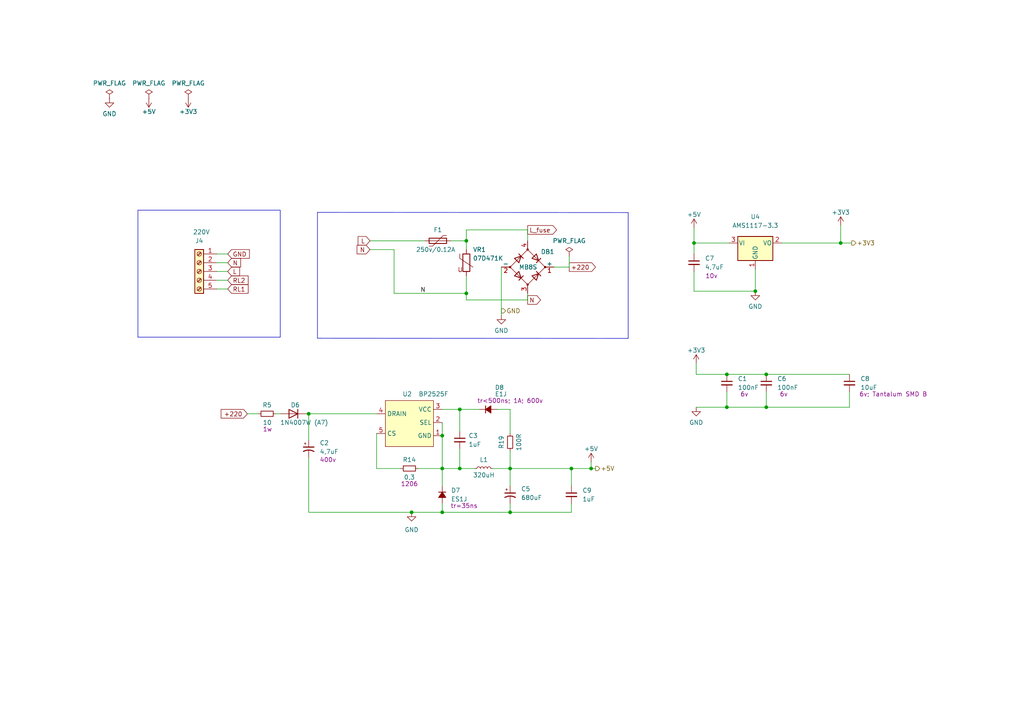
<source format=kicad_sch>
(kicad_sch (version 20231120) (generator "eeschema") (generator_version "8.0")
  (paper "A4")
  (title_block (date "2023-10-01") (rev "12"))
  (lib_symbols
    (symbol "+5V_1" (power) (pin_names (offset 0))
      (property "Value" "+5V_1" (at 0 3.556 0))
      (symbol "+5V_1_0_1"
        (polyline (pts (xy -0.762 1.27) (xy 0 2.54)))
        (polyline (pts (xy 0 0) (xy 0 2.54)))
        (polyline (pts (xy 0 2.54) (xy 0.762 1.27)))
      )
      (symbol "+5V_1_1_1"
        (pin power_in line (at 0 0 90) (length 0) hide (name "+5V") (number "1"))
      )
    )
    (symbol "Connector:Screw_Terminal_01x05" (pin_names (offset 1.016) hide)
      (property "Reference" "J" (at 0 7.62 0))
      (property "Value" "Screw_Terminal_01x05" (at 0 -7.62 0))
      (symbol "Screw_Terminal_01x05_1_1"
        (rectangle (start -1.27 6.35) (end 1.27 -6.35) (stroke (width 0.254)) (fill (type background)))
        (circle (center 0 -5.08) (radius 0.635) (stroke (width 0.1524)))
        (circle (center 0 -2.54) (radius 0.635) (stroke (width 0.1524)))
        (polyline (pts (xy -0.5334 -4.7498) (xy 0.3302 -5.588)) (stroke (width 0.1524)))
        (polyline (pts (xy -0.5334 -2.2098) (xy 0.3302 -3.048)) (stroke (width 0.1524)))
        (polyline (pts (xy -0.5334 0.3302) (xy 0.3302 -0.508)) (stroke (width 0.1524)))
        (polyline (pts (xy -0.5334 2.8702) (xy 0.3302 2.032)) (stroke (width 0.1524)))
        (polyline (pts (xy -0.5334 5.4102) (xy 0.3302 4.572)) (stroke (width 0.1524)))
        (polyline (pts (xy -0.3556 -4.572) (xy 0.508 -5.4102)) (stroke (width 0.1524)))
        (polyline (pts (xy -0.3556 -2.032) (xy 0.508 -2.8702)) (stroke (width 0.1524)))
        (polyline (pts (xy -0.3556 0.508) (xy 0.508 -0.3302)) (stroke (width 0.1524)))
        (polyline (pts (xy -0.3556 3.048) (xy 0.508 2.2098)) (stroke (width 0.1524)))
        (polyline (pts (xy -0.3556 5.588) (xy 0.508 4.7498)) (stroke (width 0.1524)))
        (circle (center 0 0) (radius 0.635) (stroke (width 0.1524)))
        (circle (center 0 2.54) (radius 0.635) (stroke (width 0.1524)))
        (circle (center 0 5.08) (radius 0.635) (stroke (width 0.1524)))
        (pin passive line (at -5.08 5.08 0) (length 3.81) (name "Pin_1") (number "1"))
        (pin passive line (at -5.08 2.54 0) (length 3.81) (name "Pin_2") (number "2"))
        (pin passive line (at -5.08 0 0) (length 3.81) (name "Pin_3") (number "3"))
        (pin passive line (at -5.08 -2.54 0) (length 3.81) (name "Pin_4") (number "4"))
        (pin passive line (at -5.08 -5.08 0) (length 3.81) (name "Pin_5") (number "5"))
      )
    )
    (symbol "Device:C_Polarized_Small_US" (pin_numbers hide) (pin_names (offset 0.254) hide)
      (property "Reference" "C" (at 0.254 1.778 0))
      (property "Value" "C_Polarized_Small_US" (at 0.254 -2.032 0))
      (symbol "C_Polarized_Small_US_0_1"
        (polyline (pts (xy -1.524 0.508) (xy 1.524 0.508)) (stroke (width 0.3048)))
        (polyline (pts (xy -1.27 1.524) (xy -0.762 1.524)))
        (polyline (pts (xy -1.016 1.27) (xy -1.016 1.778)))
        (arc (start 1.524 -0.762) (mid 0 -0.3734) (end -1.524 -0.762) (stroke (width 0.3048)))
      )
      (symbol "C_Polarized_Small_US_1_1"
        (pin passive line (at 0 2.54 270) (length 2.032) (name "~") (number "1"))
        (pin passive line (at 0 -2.54 90) (length 2.032) (name "~") (number "2"))
      )
    )
    (symbol "Device:C_Small" (pin_numbers hide) (pin_names (offset 0.254) hide)
      (property "Reference" "C" (at 0.254 1.778 0))
      (property "Value" "C_Small" (at 0.254 -2.032 0))
      (symbol "C_Small_0_1"
        (polyline (pts (xy -1.524 -0.508) (xy 1.524 -0.508)) (stroke (width 0.3302)))
        (polyline (pts (xy -1.524 0.508) (xy 1.524 0.508)) (stroke (width 0.3048)))
      )
      (symbol "C_Small_1_1"
        (pin passive line (at 0 2.54 270) (length 2.032) (name "~") (number "1"))
        (pin passive line (at 0 -2.54 90) (length 2.032) (name "~") (number "2"))
      )
    )
    (symbol "Device:D" (pin_numbers hide) (pin_names (offset 1.016) hide)
      (property "Reference" "D" (at 0 2.54 0))
      (property "Value" "D" (at 0 -2.54 0))
      (symbol "D_0_1"
        (polyline (pts (xy -1.27 1.27) (xy -1.27 -1.27)) (stroke (width 0.254)))
        (polyline (pts (xy 1.27 0) (xy -1.27 0)))
        (polyline (pts (xy 1.27 1.27) (xy 1.27 -1.27) (xy -1.27 0) (xy 1.27 1.27)) (stroke (width 0.254)))
      )
      (symbol "D_1_1"
        (pin passive line (at -3.81 0 0) (length 2.54) (name "K") (number "1"))
        (pin passive line (at 3.81 0 180) (length 2.54) (name "A") (number "2"))
      )
    )
    (symbol "Device:D_Bridge_+-AA" (pin_names (offset 0))
      (property "Reference" "D" (at 2.54 6.985 0))
      (property "Value" "D_Bridge_+-AA" (at 2.54 5.08 0))
      (symbol "D_Bridge_+-AA_0_1"
        (circle (center -5.08 0) (radius 0.254) (fill (type outline)))
        (circle (center 0 -5.08) (radius 0.254) (fill (type outline)))
        (polyline (pts (xy -2.54 3.81) (xy -1.27 2.54)) (stroke (width 0.254)))
        (polyline (pts (xy -1.27 -2.54) (xy -2.54 -3.81)) (stroke (width 0.254)))
        (polyline (pts (xy 2.54 -1.27) (xy 3.81 -2.54)) (stroke (width 0.254)))
        (polyline (pts (xy 2.54 1.27) (xy 3.81 2.54)) (stroke (width 0.254)))
        (polyline (pts (xy -3.81 2.54) (xy -2.54 1.27) (xy -1.905 3.175) (xy -3.81 2.54)) (stroke (width 0.254)))
        (polyline (pts (xy -2.54 -1.27) (xy -3.81 -2.54) (xy -1.905 -3.175) (xy -2.54 -1.27)) (stroke (width 0.254)))
        (polyline (pts (xy 1.27 2.54) (xy 2.54 3.81) (xy 3.175 1.905) (xy 1.27 2.54)) (stroke (width 0.254)))
        (polyline (pts (xy 3.175 -1.905) (xy 1.27 -2.54) (xy 2.54 -3.81) (xy 3.175 -1.905)) (stroke (width 0.254)))
        (polyline (pts (xy -5.08 0) (xy 0 -5.08) (xy 5.08 0) (xy 0 5.08) (xy -5.08 0)))
        (circle (center 0 5.08) (radius 0.254) (fill (type outline)))
        (circle (center 5.08 0) (radius 0.254) (fill (type outline)))
      )
      (symbol "D_Bridge_+-AA_1_1"
        (pin passive line (at 7.62 0 180) (length 2.54) (name "+") (number "1"))
        (pin passive line (at -7.62 0 0) (length 2.54) (name "-") (number "2"))
        (pin passive line (at 0 7.62 270) (length 2.54) (name "~") (number "3"))
        (pin passive line (at 0 -7.62 90) (length 2.54) (name "~") (number "4"))
      )
    )
    (symbol "Device:D_Small_Filled" (pin_numbers hide) (pin_names (offset 0.254) hide)
      (property "Reference" "D" (at -1.27 2.032 0))
      (property "Value" "D_Small_Filled" (at -3.81 -2.032 0))
      (symbol "D_Small_Filled_0_1"
        (polyline (pts (xy -0.762 -1.016) (xy -0.762 1.016)) (stroke (width 0.254)))
        (polyline (pts (xy -0.762 0) (xy 0.762 0)))
        (polyline (pts (xy 0.762 -1.016) (xy -0.762 0) (xy 0.762 1.016) (xy 0.762 -1.016)) (stroke (width 0.254)) (fill (type outline)))
      )
      (symbol "D_Small_Filled_1_1"
        (pin passive line (at -2.54 0 0) (length 1.778) (name "K") (number "1"))
        (pin passive line (at 2.54 0 180) (length 1.778) (name "A") (number "2"))
      )
    )
    (symbol "Device:L_Small" (pin_numbers hide) (pin_names (offset 0.254) hide)
      (property "Reference" "L" (at 0.762 1.016 0))
      (property "Value" "L_Small" (at 0.762 -1.016 0))
      (symbol "L_Small_0_1"
        (arc (start 0 -2.032) (mid 0.5058 -1.524) (end 0 -1.016))
        (arc (start 0 -1.016) (mid 0.5058 -0.508) (end 0 0))
        (arc (start 0 0) (mid 0.5058 0.508) (end 0 1.016))
        (arc (start 0 1.016) (mid 0.5058 1.524) (end 0 2.032))
      )
      (symbol "L_Small_1_1"
        (pin passive line (at 0 2.54 270) (length 0.508) (name "~") (number "1"))
        (pin passive line (at 0 -2.54 90) (length 0.508) (name "~") (number "2"))
      )
    )
    (symbol "Device:Polyfuse" (pin_numbers hide) (pin_names (offset 0))
      (property "Reference" "F" (at -2.54 0 90))
      (property "Value" "Polyfuse" (at 2.54 0 90))
      (symbol "Polyfuse_0_1"
        (rectangle (start -0.762 2.54) (end 0.762 -2.54) (stroke (width 0.254)))
        (polyline (pts (xy 0 2.54) (xy 0 -2.54)))
        (polyline (pts (xy -1.524 2.54) (xy -1.524 1.524) (xy 1.524 -1.524) (xy 1.524 -2.54)))
      )
      (symbol "Polyfuse_1_1"
        (pin passive line (at 0 3.81 270) (length 1.27) (name "~") (number "1"))
        (pin passive line (at 0 -3.81 90) (length 1.27) (name "~") (number "2"))
      )
    )
    (symbol "Device:R_Small" (pin_numbers hide) (pin_names (offset 0.254) hide)
      (property "Reference" "R" (at 0.762 0.508 0))
      (property "Value" "R_Small" (at 0.762 -1.016 0))
      (symbol "R_Small_0_1"
        (rectangle (start -0.762 1.778) (end 0.762 -1.778) (stroke (width 0.2032)))
      )
      (symbol "R_Small_1_1"
        (pin passive line (at 0 2.54 270) (length 0.762) (name "~") (number "1"))
        (pin passive line (at 0 -2.54 90) (length 0.762) (name "~") (number "2"))
      )
    )
    (symbol "Device:Varistor" (pin_numbers hide) (pin_names (offset 0))
      (property "Reference" "RV" (at 3.175 0 90))
      (property "Value" "Varistor" (at -3.175 0 90))
      (symbol "Varistor_0_0"
        (text "U" (at -1.778 -2.032 0) (effects (font (size 1.27 1.27))))
      )
      (symbol "Varistor_0_1"
        (rectangle (start -1.016 -2.54) (end 1.016 2.54) (stroke (width 0.254)))
        (polyline (pts (xy -1.905 2.54) (xy -1.905 1.27) (xy 1.905 -1.27)))
      )
      (symbol "Varistor_1_1"
        (pin passive line (at 0 3.81 270) (length 1.27) (name "~") (number "1"))
        (pin passive line (at 0 -3.81 90) (length 1.27) (name "~") (number "2"))
      )
    )
    (symbol "GND_1" (power) (pin_names (offset 0))
      (property "Value" "GND_1" (at 0 -3.81 0))
      (symbol "GND_1_0_1"
        (polyline (pts (xy 0 0) (xy 0 -1.27) (xy 1.27 -1.27) (xy 0 -2.54) (xy -1.27 -1.27) (xy 0 -1.27)))
      )
      (symbol "GND_1_1_1"
        (pin power_in line (at 0 0 270) (length 0) hide (name "GND") (number "1"))
      )
    )
    (symbol "Regulator_Linear:AMS1117-3.3" (pin_names (offset 0.254))
      (property "Reference" "U" (at -3.81 3.175 0))
      (property "Value" "AMS1117-3.3" (at 0 3.175 0))
      (symbol "AMS1117-3.3_0_1"
        (rectangle (start -5.08 -5.08) (end 5.08 1.905) (stroke (width 0.254)) (fill (type background)))
      )
      (symbol "AMS1117-3.3_1_1"
        (pin power_in line (at 0 -7.62 90) (length 2.54) (name "GND") (number "1"))
        (pin power_out line (at 7.62 0 180) (length 2.54) (name "VO") (number "2"))
        (pin power_in line (at -7.62 0 0) (length 2.54) (name "VI") (number "3"))
      )
    )
    (symbol "Regulator_Switching_Local:BP2525F"
      (property "Reference" "U" (at 0 8.89 0))
      (property "Value" "BP2525F" (at 0 -10.16 0))
      (symbol "BP2525F_0_0"
        (pin power_in line (at 9.525 -3.81 180) (length 2.54) (name "GND") (number "1"))
        (pin bidirectional line (at 9.525 0 180) (length 2.54) (name "SEL") (number "2"))
        (pin power_in line (at 9.525 3.81 180) (length 2.54) (name "VCC") (number "3"))
        (pin bidirectional line (at -9.525 2.54 0) (length 2.54) (name "DRAIN") (number "4"))
        (pin input line (at -9.525 -3.175 0) (length 2.54) (name "CS") (number "5"))
      )
      (symbol "BP2525F_0_1"
        (rectangle (start -6.985 6.35) (end 6.985 -6.985) (fill (type background)))
      )
    )
    (symbol "power:+3V3" (power) (pin_names (offset 0))
      (property "Value" "+3V3" (at 0 3.556 0))
      (symbol "+3V3_0_1"
        (polyline (pts (xy -0.762 1.27) (xy 0 2.54)))
        (polyline (pts (xy 0 0) (xy 0 2.54)))
        (polyline (pts (xy 0 2.54) (xy 0.762 1.27)))
      )
      (symbol "+3V3_1_1"
        (pin power_in line (at 0 0 90) (length 0) hide (name "+3V3") (number "1"))
      )
    )
    (symbol "power:+5V" (power) (pin_names (offset 0))
      (property "Value" "+5V" (at 0 3.556 0))
      (symbol "+5V_0_1"
        (polyline (pts (xy -0.762 1.27) (xy 0 2.54)))
        (polyline (pts (xy 0 0) (xy 0 2.54)))
        (polyline (pts (xy 0 2.54) (xy 0.762 1.27)))
      )
      (symbol "+5V_1_1"
        (pin power_in line (at 0 0 90) (length 0) hide (name "+5V") (number "1"))
      )
    )
    (symbol "power:GND" (power) (pin_names (offset 0))
      (property "Value" "GND" (at 0 -3.81 0))
      (symbol "GND_0_1"
        (polyline (pts (xy 0 0) (xy 0 -1.27) (xy 1.27 -1.27) (xy 0 -2.54) (xy -1.27 -1.27) (xy 0 -1.27)))
      )
      (symbol "GND_1_1"
        (pin power_in line (at 0 0 270) (length 0) hide (name "GND") (number "1"))
      )
    )
    (symbol "power:PWR_FLAG" (power) (pin_numbers hide) (pin_names (offset 0) hide)
      (property "Value" "PWR_FLAG" (at 0 3.81 0))
      (symbol "PWR_FLAG_0_0"
        (pin power_out line (at 0 0 90) (length 0) (name "pwr") (number "1"))
      )
      (symbol "PWR_FLAG_0_1"
        (polyline (pts (xy 0 0) (xy 0 1.27) (xy -1.016 1.905) (xy 0 2.54) (xy 1.016 1.905) (xy 0 1.27)))
      )
    )
  )
  (junction (at 165.735 135.89))
  (junction (at 89.535 120.015))
  (junction (at 210.82 118.11))
  (junction (at 222.25 108.585))
  (junction (at 128.27 148.59))
  (junction (at 133.35 118.745))
  (junction (at 171.45 135.89))
  (junction (at 135.255 69.85))
  (junction (at 128.27 126.365))
  (junction (at 201.295 70.485))
  (junction (at 243.84 70.485))
  (junction (at 119.38 148.59))
  (junction (at 147.955 135.89))
  (junction (at 222.25 118.11))
  (junction (at 128.27 135.89))
  (junction (at 135.255 85.09))
  (junction (at 210.82 108.585))
  (junction (at 147.955 148.59))
  (junction (at 219.075 84.455))
  (junction (at 133.35 135.89))
  (wire (pts (xy 128.27 126.365) (xy 128.27 135.89)))
  (wire (pts (xy 133.35 118.745) (xy 128.27 118.745)))
  (wire (pts (xy 171.45 135.89) (xy 172.72 135.89)))
  (wire (pts (xy 133.35 135.89) (xy 137.795 135.89)))
  (wire (pts (xy 128.27 148.59) (xy 119.38 148.59)))
  (wire (pts (xy 210.82 118.11) (xy 210.82 113.665)))
  (wire (pts (xy 201.295 78.74) (xy 201.295 84.455)))
  (wire (pts (xy 62.865 76.2) (xy 66.04 76.2)))
  (polyline (pts (xy 81.28 60.96) (xy 40.005 60.96)))
  (wire (pts (xy 135.255 69.85) (xy 135.255 72.39)))
  (wire (pts (xy 135.255 66.675) (xy 135.255 69.85)))
  (wire (pts (xy 201.295 70.485) (xy 201.295 73.66)))
  (wire (pts (xy 62.865 73.66) (xy 66.04 73.66)))
  (polyline (pts (xy 81.28 97.79) (xy 81.28 60.96)))
  (wire (pts (xy 88.9 120.015) (xy 89.535 120.015)))
  (polyline (pts (xy 40.005 60.96) (xy 40.005 97.79)))
  (wire (pts (xy 222.25 118.11) (xy 222.25 113.665)))
  (wire (pts (xy 145.415 77.47) (xy 145.415 91.44)))
  (wire (pts (xy 62.865 81.28) (xy 66.04 81.28)))
  (wire (pts (xy 160.655 77.47) (xy 165.1 77.47)))
  (wire (pts (xy 147.955 135.89) (xy 165.735 135.89)))
  (wire (pts (xy 147.955 148.59) (xy 147.955 146.05)))
  (polyline (pts (xy 182.2 98.15) (xy 92.075 98.095)))
  (wire (pts (xy 133.35 125.095) (xy 133.35 118.745)))
  (wire (pts (xy 246.38 118.11) (xy 246.38 113.665)))
  (wire (pts (xy 89.535 120.015) (xy 109.22 120.015)))
  (wire (pts (xy 165.1 74.295) (xy 165.1 77.47)))
  (wire (pts (xy 114.3 85.09) (xy 135.255 85.09)))
  (wire (pts (xy 226.695 70.485) (xy 243.84 70.485)))
  (wire (pts (xy 109.22 135.89) (xy 116.205 135.89)))
  (wire (pts (xy 144.145 118.745) (xy 147.955 118.745)))
  (wire (pts (xy 135.255 86.995) (xy 153.035 86.995)))
  (wire (pts (xy 153.035 85.09) (xy 153.035 86.995)))
  (wire (pts (xy 119.38 148.59) (xy 89.535 148.59)))
  (wire (pts (xy 89.535 148.59) (xy 89.535 132.715)))
  (wire (pts (xy 222.25 118.11) (xy 246.38 118.11)))
  (wire (pts (xy 165.735 146.05) (xy 165.735 148.59)))
  (wire (pts (xy 201.93 105.41) (xy 201.93 108.585)))
  (wire (pts (xy 128.27 122.555) (xy 128.27 126.365)))
  (wire (pts (xy 107.315 69.85) (xy 123.19 69.85)))
  (wire (pts (xy 128.27 148.59) (xy 128.27 146.05)))
  (wire (pts (xy 128.27 135.89) (xy 133.35 135.89)))
  (wire (pts (xy 243.84 70.485) (xy 247.015 70.485)))
  (wire (pts (xy 147.955 130.81) (xy 147.955 135.89)))
  (wire (pts (xy 201.295 66.04) (xy 201.295 70.485)))
  (wire (pts (xy 133.35 130.175) (xy 133.35 135.89)))
  (wire (pts (xy 171.45 135.89) (xy 171.45 133.985)))
  (wire (pts (xy 62.865 83.82) (xy 66.04 83.82)))
  (polyline (pts (xy 182.2 61.65) (xy 182.2 98.15)))
  (wire (pts (xy 80.01 120.015) (xy 81.28 120.015)))
  (wire (pts (xy 147.955 148.59) (xy 128.27 148.59)))
  (polyline (pts (xy 92.075 61.595) (xy 182.2 61.65)))
  (wire (pts (xy 165.735 148.59) (xy 147.955 148.59)))
  (wire (pts (xy 222.25 108.585) (xy 246.38 108.585)))
  (polyline (pts (xy 40.005 97.79) (xy 81.28 97.79)))
  (wire (pts (xy 121.285 135.89) (xy 128.27 135.89)))
  (wire (pts (xy 135.255 86.995) (xy 135.255 85.09)))
  (wire (pts (xy 142.875 135.89) (xy 147.955 135.89)))
  (wire (pts (xy 135.255 66.675) (xy 153.035 66.675)))
  (wire (pts (xy 62.865 78.74) (xy 66.04 78.74)))
  (wire (pts (xy 165.735 135.89) (xy 171.45 135.89)))
  (wire (pts (xy 107.315 72.39) (xy 114.3 72.39)))
  (wire (pts (xy 114.3 72.39) (xy 114.3 85.09)))
  (wire (pts (xy 109.22 125.73) (xy 109.22 135.89)))
  (wire (pts (xy 147.955 118.745) (xy 147.955 125.73)))
  (wire (pts (xy 133.35 118.745) (xy 139.065 118.745)))
  (wire (pts (xy 201.93 108.585) (xy 210.82 108.585)))
  (wire (pts (xy 201.295 84.455) (xy 219.075 84.455)))
  (wire (pts (xy 89.535 120.015) (xy 89.535 127.635)))
  (wire (pts (xy 165.735 135.89) (xy 165.735 140.97)))
  (wire (pts (xy 210.82 118.11) (xy 222.25 118.11)))
  (wire (pts (xy 201.295 70.485) (xy 211.455 70.485)))
  (wire (pts (xy 153.035 66.675) (xy 153.035 69.85)))
  (wire (pts (xy 210.82 108.585) (xy 222.25 108.585)))
  (wire (pts (xy 243.84 65.405) (xy 243.84 70.485)))
  (wire (pts (xy 219.075 78.105) (xy 219.075 84.455)))
  (wire (pts (xy 147.955 135.89) (xy 147.955 140.97)))
  (wire (pts (xy 130.81 69.85) (xy 135.255 69.85)))
  (wire (pts (xy 135.255 80.01) (xy 135.255 85.09)))
  (wire (pts (xy 71.755 120.015) (xy 74.93 120.015)))
  (polyline (pts (xy 92.075 98.095) (xy 92.075 61.595)))
  (wire (pts (xy 128.27 135.89) (xy 128.27 140.97)))
  (wire (pts (xy 201.93 118.11) (xy 210.82 118.11)))
  (label "N" (at 121.92 85.09 0))
  (global_label "N" (shape output) (at 153.035 86.995 0) (property "Intersheetrefs" "${INTERSHEET_REFS}" (effects (hide yes))))
  (global_label "+220" (shape input) (at 71.755 120.015 180) (property "Intersheetrefs" "${INTERSHEET_REFS}" (effects (hide yes))))
  (global_label "GND" (shape input) (at 66.04 73.66 0) (property "Intersheetrefs" "${INTERSHEET_REFS}" (effects (hide yes))))
  (global_label "RL1" (shape input) (at 66.04 83.82 0) (property "Intersheetrefs" "${INTERSHEET_REFS}" (effects (hide yes))))
  (global_label "L_fuse" (shape output) (at 153.035 66.675 0) (property "Intersheetrefs" "${INTERSHEET_REFS}" (effects (hide yes))))
  (global_label "N" (shape input) (at 66.04 76.2 0) (property "Intersheetrefs" "${INTERSHEET_REFS}" (effects (hide yes))))
  (global_label "RL2" (shape input) (at 66.04 81.28 0) (property "Intersheetrefs" "${INTERSHEET_REFS}" (effects (hide yes))))
  (global_label "+220" (shape output) (at 165.1 77.47 0) (property "Intersheetrefs" "${INTERSHEET_REFS}" (effects (hide yes))))
  (global_label "N" (shape input) (at 107.315 72.39 180) (property "Intersheetrefs" "${INTERSHEET_REFS}" (effects (hide yes))))
  (global_label "L" (shape input) (at 107.315 69.85 180) (property "Intersheetrefs" "${INTERSHEET_REFS}" (effects (hide yes))))
  (global_label "L" (shape input) (at 66.04 78.74 0) (property "Intersheetrefs" "${INTERSHEET_REFS}" (effects (hide yes))))
  (hierarchical_label "GND" (shape output) (at 145.415 90.17 0))
  (hierarchical_label "+3V3" (shape output) (at 247.015 70.485 0))
  (hierarchical_label "+5V" (shape output) (at 172.72 135.89 0))
  (symbol (lib_id "power:GND") (at 201.93 118.11 0) (unit 1)
    (property "Reference" "#PWR0103" (effects (hide yes)))
    (property "Value" "GND" (at 201.93 122.555 0))
  )
  (symbol (lib_name "+5V_1") (lib_id "power:+5V") (at 171.45 133.985 0) (unit 1)
    (property "Reference" "#PWR018" (effects (hide yes)))
    (property "Value" "+5V" (at 171.45 130.175 0))
  )
  (symbol (lib_id "Connector:Screw_Terminal_01x05") (at 57.785 78.74 0) (mirror y) (unit 1)
    (property "Reference" "J4" (at 57.785 69.85 0))
    (property "Value" "220V" (at 58.42 67.31 0))
    (property "Footprint" "TerminalBlock_Degson:DG301-5.0-05P" (effects (hide yes)))
    (property "descr" "DG301-5.0-05P" (effects (hide yes)))
  )
  (symbol (lib_id "power:GND") (at 145.415 91.44 0) (unit 1)
    (property "Reference" "#PWR025" (effects (hide yes)))
    (property "Value" "GND" (at 145.415 95.885 0))
  )
  (symbol (lib_id "Regulator_Linear:AMS1117-3.3") (at 219.075 70.485 0) (unit 1)
    (property "Reference" "U4" (at 219.075 62.865 0))
    (property "Value" "AMS1117-3.3" (at 219.075 65.405 0))
    (property "Footprint" "Package_SO_Local:SOT-223-3_TabPin1" (effects (hide yes)))
    (property "Datasheet" "http://www.advanced-monolithic.com/pdf/ds1117.pdf" (effects (hide yes)))
  )
  (symbol (lib_id "power:PWR_FLAG") (at 165.1 74.295 0) (unit 1)
    (property "Reference" "#FLG01" (effects (hide yes)))
    (property "Value" "PWR_FLAG" (at 165.1 69.85 0))
  )
  (symbol (lib_id "Device:C_Small") (at 246.38 111.125 0) (unit 1)
    (property "Reference" "C8" (at 249.555 109.8549 0) (effects (justify left)))
    (property "Value" "10uF" (at 249.555 112.3949 0) (effects (justify left)))
    (property "Footprint" "Capacitor_Tantalum_SMD:CP_EIA-3528-21_Kemet-B" (effects (hide yes)))
    (property "comments" "6v; Tantalum SMD B" (at 259.08 114.3 0))
  )
  (symbol (lib_id "power:GND") (at 31.75 28.575 0) (unit 1)
    (property "Reference" "#PWR04" (effects (hide yes)))
    (property "Value" "GND" (at 31.75 33.02 0))
  )
  (symbol (lib_id "Device:R_Small") (at 77.47 120.015 270) (mirror x) (unit 1)
    (property "Reference" "R5" (at 77.47 117.475 90))
    (property "Value" "10" (at 76.2 122.555 90) (effects (justify left)))
    (property "Footprint" "Resistor_THT:R_Axial_DIN0414_L11.9mm_D4.5mm_P5.08mm_Vertical" (effects (hide yes)))
    (property "descr" "1w" (at 76.2 124.46 90) (effects (justify left)))
    (property "comments" "1w" (effects (hide yes)))
  )
  (symbol (lib_id "power:GND") (at 219.075 84.455 0) (unit 1)
    (property "Reference" "#PWR024" (effects (hide yes)))
    (property "Value" "GND" (at 219.075 88.9 0))
  )
  (symbol (lib_id "power:PWR_FLAG") (at 54.61 28.575 0) (unit 1)
    (property "Reference" "#FLG04" (effects (hide yes)))
    (property "Value" "PWR_FLAG" (at 54.61 24.13 0))
  )
  (symbol (lib_id "Device:Varistor") (at 135.255 76.2 0) (unit 1)
    (property "Reference" "VR1" (at 137.16 72.39 0) (effects (justify left)))
    (property "Value" "07D471K" (at 137.16 74.93 0) (effects (justify left)))
    (property "Footprint" "Varistor:RV_Disc_D9mm_W3.3mm_P5mm" (effects (hide yes)))
    (property "comments" "07D471K; 300V" (effects (hide yes)))
    (property "descr" "DNP" (effects (hide yes)))
  )
  (symbol (lib_id "power:+5V") (at 43.18 28.575 180) (unit 1)
    (property "Reference" "#PWR010" (effects (hide yes)))
    (property "Value" "+5V" (at 43.18 32.385 0))
  )
  (symbol (lib_id "Device:C_Small") (at 165.735 143.51 0) (unit 1)
    (property "Reference" "C9" (at 168.91 142.2462 0) (effects (justify left)))
    (property "Value" "1uF" (at 168.91 144.7862 0) (effects (justify left)))
    (property "Footprint" "Capacitor_SMD:C_0805_2012Metric_Pad1.18x1.45mm_HandSolder" (effects (hide yes)))
    (property "comments" "10v" (effects (hide yes)))
  )
  (symbol (lib_id "power:PWR_FLAG") (at 31.75 28.575 0) (unit 1)
    (property "Reference" "#FLG02" (effects (hide yes)))
    (property "Value" "PWR_FLAG" (at 31.75 24.13 0))
  )
  (symbol (lib_id "Device:C_Small") (at 222.25 111.125 0) (unit 1)
    (property "Reference" "C6" (at 225.425 109.8612 0) (effects (justify left)))
    (property "Value" "100nF" (at 225.425 112.4012 0) (effects (justify left)))
    (property "Footprint" "Capacitor_SMD:C_0805_2012Metric" (effects (hide yes)))
    (property "comments" "6v" (at 227.33 114.3 0))
  )
  (symbol (lib_id "Device:D_Small_Filled") (at 141.605 118.745 0) (unit 1)
    (property "Reference" "D8" (at 143.51 112.395 0) (effects (justify left)))
    (property "Value" "E1J" (at 143.51 114.3 0) (effects (justify left)))
    (property "Footprint" "Diode_SMD:D_SOD-123F" (effects (hide yes)))
    (property "Description" "tr<500ns; 1A; 600v" (at 147.955 116.205 0))
  )
  (symbol (lib_id "Regulator_Switching_Local:BP2525F") (at 118.745 122.555 0) (unit 1)
    (property "Reference" "U2" (at 118.11 114.3 0))
    (property "Value" "BP2525F" (at 125.73 114.3 0))
    (property "Footprint" "Package_SO_Local:SOT33-5" (effects (hide yes)))
    (property "Datasheet" "https://datasheet.lcsc.com/szlcsc/On-Bright-Elec-OB2222MCPA_C89629.pdf" (effects (hide yes)))
  )
  (symbol (lib_id "Device:D") (at 85.09 120.015 180) (unit 1)
    (property "Reference" "D6" (at 86.995 117.475 0) (effects (justify left)))
    (property "Value" "1N4007W (A7)" (at 95.25 122.555 0) (effects (justify left)))
    (property "Footprint" "Diode_SMD:D_SOD-123F" (effects (hide yes)))
  )
  (symbol (lib_id "power:+3V3") (at 243.84 65.405 0) (unit 1)
    (property "Reference" "#PWR026" (effects (hide yes)))
    (property "Value" "+3V3" (at 243.84 61.595 0))
  )
  (symbol (lib_name "GND_1") (lib_id "power:GND") (at 119.38 148.59 0) (unit 1)
    (property "Reference" "#PWR02" (effects (hide yes)))
    (property "Value" "GND" (at 119.38 153.67 0))
  )
  (symbol (lib_id "power:+5V") (at 201.295 66.04 0) (unit 1)
    (property "Reference" "#PWR021" (effects (hide yes)))
    (property "Value" "+5V" (at 201.295 62.23 0))
  )
  (symbol (lib_id "power:+3V3") (at 54.61 28.575 180) (unit 1)
    (property "Reference" "#PWR027" (effects (hide yes)))
    (property "Value" "+3V3" (at 54.61 32.385 0))
  )
  (symbol (lib_id "Device:D_Bridge_+-AA") (at 153.035 77.47 0) (mirror x) (unit 1)
    (property "Reference" "DB1" (at 156.845 73.025 0) (effects (justify left)))
    (property "Value" "MB8S" (at 150.495 77.47 0) (effects (justify left)))
    (property "Footprint" "Diode_local:MBS" (effects (hide yes)))
    (property "Description" "D_Bridge_+-AA" (effects (hide yes)))
    (property "comments" "D_Bridge_+-AA" (effects (hide yes)))
  )
  (symbol (lib_id "Device:R_Small") (at 147.955 128.27 180) (unit 1)
    (property "Reference" "R19" (at 145.415 128.27 90))
    (property "Value" "100R" (at 150.495 128.27 90))
    (property "Footprint" "Resistor_SMD:R_0603_1608Metric_Pad0.98x0.95mm_HandSolder" (effects (hide yes)))
  )
  (symbol (lib_id "Device:Polyfuse") (at 127 69.85 90) (unit 1)
    (property "Reference" "F1" (at 127 66.675 90))
    (property "Value" "250v/0.12A" (at 126.365 72.39 90))
    (property "Footprint" "Fuse_Local:RF145_D6.5mm_W4mm" (effects (hide yes)))
    (property "comments" "RF146" (effects (hide yes)))
    (property "descr" "DNP" (effects (hide yes)))
  )
  (symbol (lib_id "Device:L_Small") (at 140.335 135.89 90) (unit 1)
    (property "Reference" "L1" (at 140.335 133.35 90))
    (property "Value" "320uH" (at 140.335 137.795 90))
    (property "Footprint" "Inductor_THT:L_Radial_D10.0mm_P5.00mm_Fastron_07P" (effects (hide yes)))
    (property "descr" "DNP" (effects (hide yes)))
  )
  (symbol (lib_id "Device:C_Small") (at 210.82 111.125 0) (unit 1)
    (property "Reference" "C1" (at 213.995 109.8612 0) (effects (justify left)))
    (property "Value" "100nF" (at 213.995 112.4012 0) (effects (justify left)))
    (property "Footprint" "Capacitor_SMD:C_0805_2012Metric" (effects (hide yes)))
    (property "comments" "6v" (at 215.9 114.3 0))
  )
  (symbol (lib_id "power:+3V3") (at 201.93 105.41 0) (unit 1)
    (property "Reference" "#PWR0102" (effects (hide yes)))
    (property "Value" "+3V3" (at 201.93 101.6 0))
  )
  (symbol (lib_id "Device:D_Small_Filled") (at 128.27 143.51 270) (unit 1)
    (property "Reference" "D7" (at 130.81 142.2399 90) (effects (justify left)))
    (property "Value" "ES1J" (at 130.81 144.78 90) (effects (justify left)))
    (property "Footprint" "Diode_SMD:D_SMA" (effects (hide yes)))
    (property "Description" "tr=35ns" (at 134.62 146.685 90))
  )
  (symbol (lib_id "Device:C_Small") (at 133.35 127.635 0) (unit 1)
    (property "Reference" "C3" (at 135.89 126.3712 0) (effects (justify left)))
    (property "Value" "1uF" (at 135.89 128.9112 0) (effects (justify left)))
    (property "Footprint" "Capacitor_SMD:C_0805_2012Metric_Pad1.18x1.45mm_HandSolder" (effects (hide yes)))
    (property "comments" "10v" (effects (hide yes)))
  )
  (symbol (lib_id "Device:C_Polarized_Small_US") (at 89.535 130.175 0) (unit 1)
    (property "Reference" "C2" (at 92.71 128.4731 0) (effects (justify left)))
    (property "Value" "4,7uF" (at 92.71 131.0131 0) (effects (justify left)))
    (property "Footprint" "Capacitor_THT:CP_Radial_D8.0mm_P3.80mm" (effects (hide yes)))
    (property "Description" "400v" (at 92.71 133.35 0) (effects (justify left)))
    (property "comments" "400v" (effects (hide yes)))
  )
  (symbol (lib_id "Device:C_Small") (at 201.295 76.2 0) (unit 1)
    (property "Reference" "C7" (at 204.47 74.9299 0) (effects (justify left)))
    (property "Value" "4,7uF" (at 204.47 77.4699 0) (effects (justify left)))
    (property "Footprint" "Capacitor_SMD:C_0805_2012Metric_Pad1.18x1.45mm_HandSolder" (effects (hide yes)))
    (property "comments" "10v" (at 206.375 80.01 0))
  )
  (symbol (lib_id "power:PWR_FLAG") (at 43.18 28.575 0) (unit 1)
    (property "Reference" "#FLG03" (effects (hide yes)))
    (property "Value" "PWR_FLAG" (at 43.18 24.13 0))
  )
  (symbol (lib_id "Device:R_Small") (at 118.745 135.89 90) (unit 1)
    (property "Reference" "R14" (at 118.745 133.35 90))
    (property "Value" "0,3" (at 118.745 138.43 90))
    (property "Footprint" "Resistor_SMD:R_1206_3216Metric_Pad1.30x1.75mm_HandSolder" (effects (hide yes)))
    (property "descr" "1206" (at 118.745 140.335 90))
    (property "comments" "1206" (effects (hide yes)))
  )
  (symbol (lib_id "Device:C_Polarized_Small_US") (at 147.955 143.51 0) (unit 1)
    (property "Reference" "C5" (at 151.13 141.8081 0) (effects (justify left)))
    (property "Value" "680uF" (at 151.13 144.3481 0) (effects (justify left)))
    (property "Footprint" "Capacitor_THT:CP_Radial_D6.3mm_P2.50mm" (effects (hide yes)))
    (property "comments" "10v" (effects (hide yes)))
  )
)
</source>
